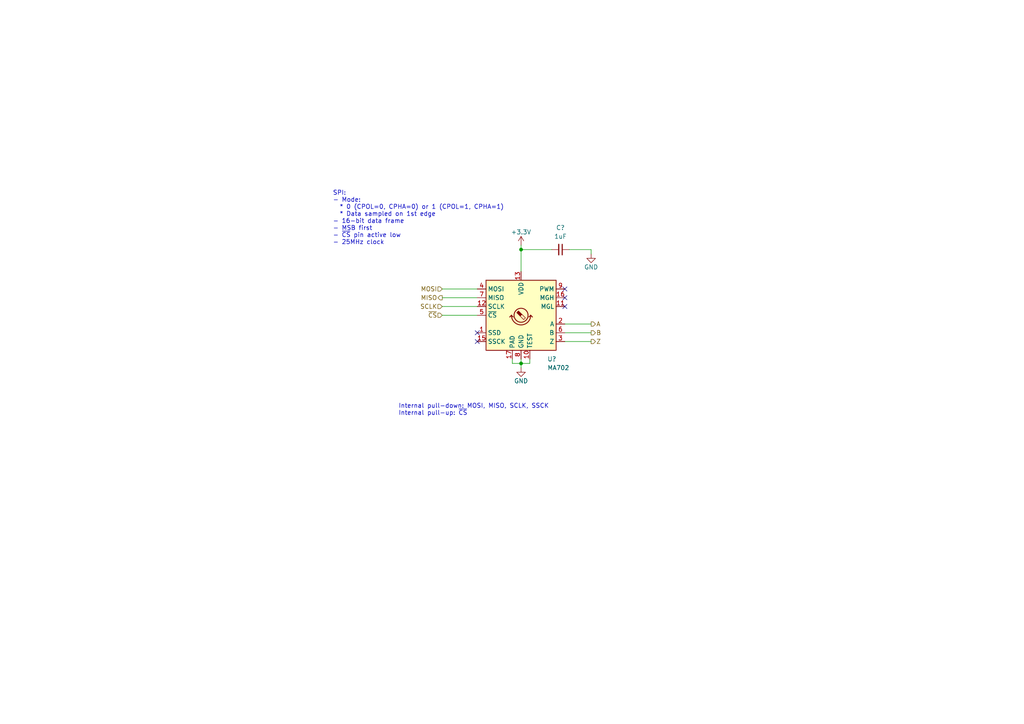
<source format=kicad_sch>
(kicad_sch (version 20230121) (generator eeschema)
  (paper "A4")
  (lib_symbols
    (symbol "Device:C_Small" (pin_numbers hide) (pin_names (offset 0.254) hide)
      (property "Reference" "C" (at 0.254 1.778 0))
      (property "Value" "C_Small" (at 0.254 -2.032 0))
      (symbol "C_Small_0_1"
        (polyline (pts (xy -1.524 -0.508) (xy 1.524 -0.508)) (stroke (width 0.3302)))
        (polyline (pts (xy -1.524 0.508) (xy 1.524 0.508)) (stroke (width 0.3048)))
      )
      (symbol "C_Small_1_1"
        (pin passive line (at 0 2.54 270) (length 2.032) (name "~") (number "1"))
        (pin passive line (at 0 -2.54 90) (length 2.032) (name "~") (number "2"))
      )
    )
    (symbol "Sensor_Magnetic:MA730"
      (property "Reference" "U" (at -10.16 11.43 0))
      (property "Value" "MA730" (at 10.16 11.43 0))
      (symbol "MA730_0_1"
        (rectangle (start -10.16 10.16) (end 10.16 -10.16) (stroke (width 0.254)) (fill (type background)))
        (arc (start -2.794 0) (mid 0 -2.7819) (end 2.794 0) (stroke (width 0.254)))
        (polyline (pts (xy -2.794 0) (xy -3.302 -0.508)) (stroke (width 0.254)))
        (polyline (pts (xy -2.794 0) (xy -2.286 -0.508)) (stroke (width 0.254)))
        (polyline (pts (xy 2.794 0) (xy 2.286 -0.508)) (stroke (width 0.254)))
        (polyline (pts (xy 2.794 0) (xy 3.302 -0.508)) (stroke (width 0.254)))
      )
      (symbol "MA730_1_1"
        (polyline (pts (xy 0.254 0.254) (xy 1.27 -0.762) (xy 0.762 -1.27) (xy -0.254 -0.254)))
        (polyline (pts (xy -0.762 1.27) (xy 0.254 0.254) (xy -0.254 -0.254) (xy -1.27 0.762) (xy -1.016 1.016) (xy -0.762 1.27) (xy -0.635 1.143)) (fill (type outline)))
        (circle (center 0 0) (radius 2.032) (stroke (width 0.254)))
        (pin output line (at -12.7 -5.08 0) (length 2.54) (name "SSD") (number "1"))
        (pin passive line (at 2.54 -12.7 90) (length 2.54) (name "TEST") (number "10"))
        (pin output line (at 12.7 2.54 180) (length 2.54) (name "MGL") (number "11"))
        (pin input line (at -12.7 2.54 0) (length 2.54) (name "SCLK") (number "12"))
        (pin power_in line (at 0 12.7 270) (length 2.54) (name "VDD") (number "13"))
        (pin no_connect line (at 5.08 -10.16 90) (length 2.54) hide (name "NC") (number "14"))
        (pin input line (at -12.7 -7.62 0) (length 2.54) (name "SSCK") (number "15"))
        (pin output line (at 12.7 5.08 180) (length 2.54) (name "MGH") (number "16"))
        (pin input line (at -2.54 -12.7 90) (length 2.54) (name "PAD") (number "17"))
        (pin output line (at 12.7 -2.54 180) (length 2.54) (name "A") (number "2"))
        (pin output line (at 12.7 -7.62 180) (length 2.54) (name "Z") (number "3"))
        (pin input line (at -12.7 7.62 0) (length 2.54) (name "MOSI") (number "4"))
        (pin input line (at -12.7 0 0) (length 2.54) (name "~{CS}") (number "5"))
        (pin output line (at 12.7 -5.08 180) (length 2.54) (name "B") (number "6"))
        (pin output line (at -12.7 5.08 0) (length 2.54) (name "MISO") (number "7"))
        (pin power_in line (at 0 -12.7 90) (length 2.54) (name "GND") (number "8"))
        (pin output line (at 12.7 7.62 180) (length 2.54) (name "PWM") (number "9"))
      )
    )
    (symbol "power:+3.3V" (power) (pin_names (offset 0))
      (property "Value" "+3.3V" (at 0 3.556 0))
      (symbol "+3.3V_0_1"
        (polyline (pts (xy -0.762 1.27) (xy 0 2.54)))
        (polyline (pts (xy 0 0) (xy 0 2.54)))
        (polyline (pts (xy 0 2.54) (xy 0.762 1.27)))
      )
      (symbol "+3.3V_1_1"
        (pin power_in line (at 0 0 90) (length 0) hide (name "+3.3V") (number "1"))
      )
    )
    (symbol "power:GND" (power) (pin_names (offset 0))
      (property "Value" "GND" (at 0 -3.81 0))
      (symbol "GND_0_1"
        (polyline (pts (xy 0 0) (xy 0 -1.27) (xy 1.27 -1.27) (xy 0 -2.54) (xy -1.27 -1.27) (xy 0 -1.27)))
      )
      (symbol "GND_1_1"
        (pin power_in line (at 0 0 270) (length 0) hide (name "GND") (number "1"))
      )
    )
  )
  (junction (at 151.13 105.41))
  (junction (at 151.13 72.39))
  (no_connect (at 163.83 83.82))
  (no_connect (at 138.43 99.06))
  (no_connect (at 138.43 96.52))
  (no_connect (at 163.83 88.9))
  (no_connect (at 163.83 86.36))
  (wire (pts (xy 128.27 91.44) (xy 138.43 91.44)))
  (wire (pts (xy 153.67 105.41) (xy 151.13 105.41)))
  (wire (pts (xy 171.45 72.39) (xy 165.1 72.39)))
  (wire (pts (xy 148.59 105.41) (xy 151.13 105.41)))
  (wire (pts (xy 148.59 104.14) (xy 148.59 105.41)))
  (wire (pts (xy 128.27 86.36) (xy 138.43 86.36)))
  (wire (pts (xy 153.67 104.14) (xy 153.67 105.41)))
  (wire (pts (xy 128.27 83.82) (xy 138.43 83.82)))
  (wire (pts (xy 171.45 73.66) (xy 171.45 72.39)))
  (wire (pts (xy 151.13 72.39) (xy 151.13 78.74)))
  (wire (pts (xy 163.83 96.52) (xy 171.45 96.52)))
  (wire (pts (xy 151.13 71.12) (xy 151.13 72.39)))
  (wire (pts (xy 151.13 104.14) (xy 151.13 105.41)))
  (wire (pts (xy 171.45 93.98) (xy 163.83 93.98)))
  (wire (pts (xy 151.13 72.39) (xy 160.02 72.39)))
  (wire (pts (xy 163.83 99.06) (xy 171.45 99.06)))
  (wire (pts (xy 151.13 105.41) (xy 151.13 106.68)))
  (wire (pts (xy 128.27 88.9) (xy 138.43 88.9)))
  (text "Internal pull-down: MOSI, MISO, SCLK, SSCK\nInternal pull-up: ~{CS}" (at 115.57 120.65 0) (effects (font (size 1.27 1.27)) (justify left bottom)))
  (text "SPI:\n- Mode:\n  * 0 (CPOL=0, CPHA=0) or 1 (CPOL=1, CPHA=1)\n  * Data sampled on 1st edge\n- 16-bit data frame\n- MSB first\n- ~{CS} pin active low\n- 25MHz clock" (at 96.52 71.12 0) (effects (font (size 1.27 1.27)) (justify left bottom)))
  (hierarchical_label "B" (shape output) (at 171.45 96.52 0))
  (hierarchical_label "~{CS}" (shape input) (at 128.27 91.44 180))
  (hierarchical_label "MOSI" (shape input) (at 128.27 83.82 180))
  (hierarchical_label "A" (shape output) (at 171.45 93.98 0))
  (hierarchical_label "SCLK" (shape input) (at 128.27 88.9 180))
  (hierarchical_label "Z" (shape output) (at 171.45 99.06 0))
  (hierarchical_label "MISO" (shape output) (at 128.27 86.36 180))
  (symbol (lib_id "Sensor_Magnetic:MA730") (at 151.13 91.44 0) (unit 1)
    (property "Reference" "U?" (at 158.75 104.14 0) (effects (justify left)))
    (property "Value" "MA702" (at 158.75 106.68 0) (effects (justify left)))
    (property "Footprint" "Package_DFN_QFN:QFN-16-1EP_3x3mm_P0.5mm_EP1.75x1.75mm" (effects hide))
    (property "Datasheet" "https://www.monolithicpower.com/pub/media/document/m/a/ma730_r1.01.pdf" (effects hide))
    (property "MFR. Part#" "MA702GQ-Z " (effects hide))
    (instances (project "moco-rd401" (path "" (reference "U?") (unit 1)) (path "" (reference "U2") (unit 1))))
  )
  (symbol (lib_id "power:GND") (at 151.13 106.68 0) (unit 1)
    (property "Reference" "#PWR051" (effects hide))
    (property "Value" "GND" (at 151.13 110.49 0))
  )
  (symbol (lib_id "power:GND") (at 171.45 73.66 0) (unit 1)
    (property "Reference" "#PWR050" (effects hide))
    (property "Value" "GND" (at 171.45 77.47 0))
  )
  (symbol (lib_id "power:+3.3V") (at 151.13 71.12 0) (unit 1)
    (property "Reference" "#PWR049" (effects hide))
    (property "Value" "+3.3V" (at 151.13 67.31 0))
  )
  (symbol (lib_id "Device:C_Small") (at 162.56 72.39 270) (mirror x) (unit 1)
    (property "Reference" "C?" (at 162.56 66.04 90))
    (property "Value" "1uF" (at 162.56 68.58 90))
    (property "Footprint" "Capacitor_SMD:C_0402_1005Metric" (effects hide))
    (property "LCSC" "C52923" (effects hide))
    (property "MFR. Part#" "CL05A105KA5NQNC" (effects hide))
    (instances (project "moco-rd401" (path "" (reference "C?") (unit 1)) (path "" (reference "C?") (unit 1)) (path "" (reference "C29") (unit 1))))
  )
)
</source>
